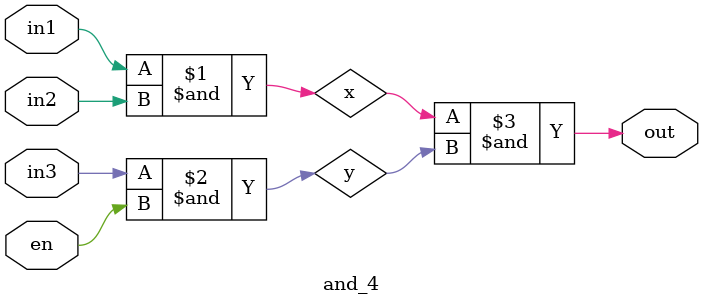
<source format=v>
module and_4(in1, in2, in3, en, out);
	input in1, in2, in3, en;
	output out;
	
	wire x,y;
	
	and g0(x, in1, in2);
	and g2(y, in3, en);
	and g1(out, x, y);
	
endmodule

</source>
